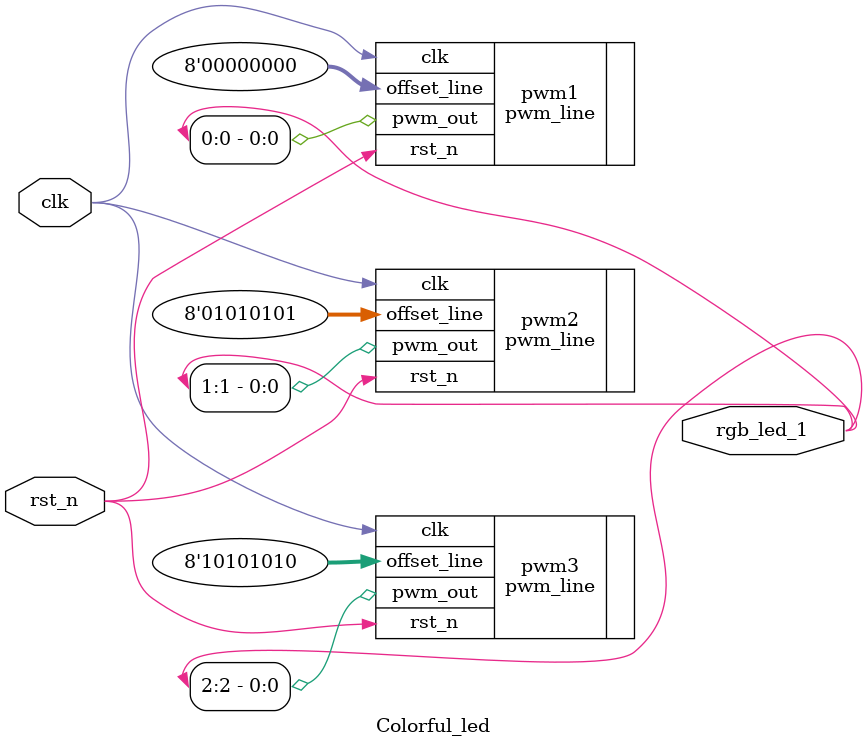
<source format=v>
module Colorful_led(
	output [2:0] rgb_led_1,
// output [2:0] rgb_led_2,
	input clk,
	input rst_n
);
	pwm_line pwm1(
	.clk(clk),
	.rst_n(rst_n),
	.offset_line(8'h00),
	.pwm_out(rgb_led_1[0])
	);
	
	pwm_line pwm2(
	.clk(clk),
	.rst_n(rst_n),
	.offset_line(8'h55),
	.pwm_out(rgb_led_1[1])
	);
	
	pwm_line pwm3(
	.clk(clk),
	.rst_n(rst_n),
	.offset_line(8'haa),
	.pwm_out(rgb_led_1[2])
	);

endmodule
</source>
